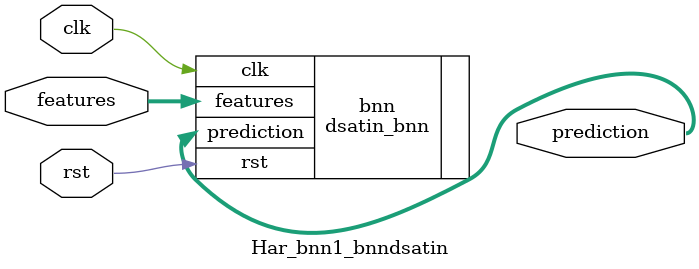
<source format=v>

















module Har_bnn1_bnndsatin #(

parameter FEAT_CNT = 12,
parameter HIDDEN_CNT = 40,
parameter FEAT_BITS = 4,
parameter CLASS_CNT = 6,
parameter TEST_CNT = 1000


  ) (
  input clk,
  input rst,
  input [FEAT_CNT*FEAT_BITS-1:0] features,
  output [$clog2(CLASS_CNT)-1:0] prediction
  );

  localparam Weights0 = 480'b010011011001001100101101110001110010101011110010111001110001101001101010010011110101100110000101000100000111110100000001101110101101000110000001100100000001110000111111100111001110011001111010101000111100000011110011111011101000100111100110001101001001000110110111001011101011010111110100111000111100000011000000000100101111000110010101011010001100110101000100110101010101111011111000111000010110111000110001001110000010001100000101000000100100011000001101111001100001101000111001 ;
  localparam Weights1 = 240'b111001111101100000101111100101100010100011010110111111001010010101011010011101001110011111011110001101011100001000101010010101000110011010101101110010110100110101111111011000000011000110001111110000010111001001000101000010011100001111000100 ;
  localparam Widths = 320'h06060606060606060607050606060606060707060607070606050706060705060706060505060706 ;
  localparam Sature = 40'b0001101110111111100110011101101101111101 ;

  dsatin_bnn #(.FEAT_CNT(FEAT_CNT),.FEAT_BITS(FEAT_BITS),.HIDDEN_CNT(HIDDEN_CNT),.CLASS_CNT(CLASS_CNT),.Weights0(Weights0),.Weights1(Weights1),
    .WIDTHS(Widths), .SATURE(Sature)) bnn (
    .clk(clk),
    .rst(rst),
    .features(features),
    .prediction(prediction)
  );

endmodule

</source>
